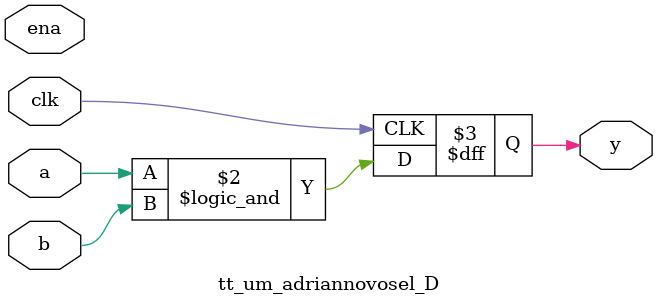
<source format=v>

module tt_um_adriannovosel_D(input wire a, b, clk, ena, output reg y);

   always@(posedge clk) begin
      y <= a && b;
   end
   
endmodule // top

</source>
